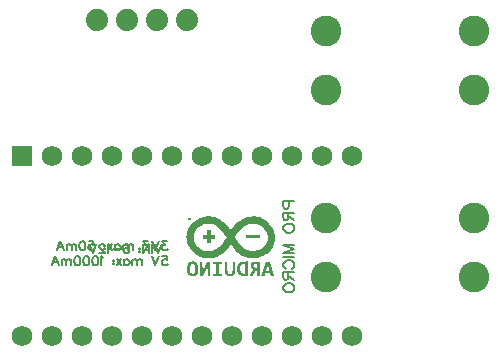
<source format=gbs>
G04 Layer: BottomSolderMaskLayer*
G04 EasyEDA v6.5.15, 2022-08-31 14:33:10*
G04 7f742d56b1564ff082f2a7d2e7a97bc1,d16243303ffc4a33bbfddbaf118a1a26,10*
G04 Gerber Generator version 0.2*
G04 Scale: 100 percent, Rotated: No, Reflected: No *
G04 Dimensions in millimeters *
G04 leading zeros omitted , absolute positions ,4 integer and 5 decimal *
%FSLAX45Y45*%
%MOMM*%

%ADD10C,0.1524*%
%ADD11C,2.6016*%
%ADD12C,1.8796*%
%ADD13R,1.7272X1.7272*%
%ADD14C,1.7272*%
%ADD15C,0.0113*%

%LPD*%
G36*
X3108960Y10286746D02*
G01*
X3094939Y10286492D01*
X3080664Y10285577D01*
X3067253Y10284155D01*
X3061106Y10283240D01*
X3050438Y10280954D01*
X3039516Y10277703D01*
X3028188Y10273538D01*
X3016656Y10268559D01*
X3005277Y10262870D01*
X2994253Y10256621D01*
X2985058Y10250627D01*
X2976422Y10244074D01*
X2967075Y10236301D01*
X2957474Y10227564D01*
X2947822Y10218267D01*
X2938627Y10208717D01*
X2930093Y10199217D01*
X2922625Y10190175D01*
X2915412Y10180523D01*
X2909417Y10173208D01*
X2908198Y10172141D01*
X2906928Y10173309D01*
X2900883Y10181082D01*
X2893009Y10192004D01*
X2884881Y10202316D01*
X2876245Y10212374D01*
X2867101Y10221976D01*
X2857601Y10231170D01*
X2847746Y10239806D01*
X2837738Y10247833D01*
X2827578Y10255148D01*
X2817368Y10261752D01*
X2807208Y10267492D01*
X2795270Y10273233D01*
X2783128Y10278414D01*
X2777540Y10280396D01*
X2772054Y10282021D01*
X2766568Y10283291D01*
X2760878Y10284307D01*
X2754833Y10285069D01*
X2748280Y10285628D01*
X2732989Y10286136D01*
X2714396Y10286136D01*
X2699766Y10285730D01*
X2694076Y10285323D01*
X2684424Y10283901D01*
X2674874Y10281462D01*
X2661412Y10277195D01*
X2648458Y10272166D01*
X2636113Y10266527D01*
X2624378Y10260279D01*
X2618689Y10256926D01*
X2607868Y10249712D01*
X2597658Y10241940D01*
X2592781Y10237876D01*
X2583586Y10229240D01*
X2575052Y10220147D01*
X2567279Y10210495D01*
X2563622Y10205516D01*
X2556967Y10195153D01*
X2551023Y10184333D01*
X2545892Y10173106D01*
X2541574Y10161473D01*
X2538120Y10149433D01*
X2536698Y10143236D01*
X2535834Y10138308D01*
X2535174Y10132720D01*
X2534513Y10120274D01*
X2534513Y10113822D01*
X2595473Y10113822D01*
X2595676Y10119106D01*
X2596184Y10124338D01*
X2596946Y10129520D01*
X2598013Y10134650D01*
X2599334Y10139730D01*
X2600909Y10144709D01*
X2602738Y10149586D01*
X2604820Y10154412D01*
X2607157Y10159136D01*
X2612542Y10168331D01*
X2618892Y10177018D01*
X2622397Y10181183D01*
X2626156Y10185247D01*
X2634284Y10192867D01*
X2643276Y10199928D01*
X2653080Y10206329D01*
X2658262Y10209276D01*
X2669184Y10214610D01*
X2680868Y10219131D01*
X2686964Y10221061D01*
X2692654Y10222585D01*
X2698699Y10223855D01*
X2704998Y10224871D01*
X2711399Y10225582D01*
X2724505Y10226243D01*
X2730957Y10226141D01*
X2737358Y10225786D01*
X2743504Y10225176D01*
X2749397Y10224262D01*
X2754985Y10223093D01*
X2760116Y10221671D01*
X2768650Y10218521D01*
X2777236Y10214508D01*
X2785821Y10209631D01*
X2794406Y10203942D01*
X2803042Y10197439D01*
X2811627Y10190073D01*
X2820212Y10181894D01*
X2828747Y10172954D01*
X2837281Y10163251D01*
X2845714Y10152735D01*
X2854096Y10141458D01*
X2862376Y10129418D01*
X2872270Y10114534D01*
X2945079Y10114534D01*
X2948432Y10120223D01*
X2956407Y10132263D01*
X2966008Y10145725D01*
X2975711Y10158069D01*
X2985465Y10169347D01*
X2995371Y10179507D01*
X3005378Y10188702D01*
X3015538Y10196830D01*
X3025902Y10203942D01*
X3036468Y10210088D01*
X3041802Y10212781D01*
X3052673Y10217454D01*
X3058210Y10219385D01*
X3062884Y10220756D01*
X3068320Y10221976D01*
X3080867Y10223855D01*
X3094532Y10225024D01*
X3108198Y10225379D01*
X3114598Y10225278D01*
X3120542Y10224922D01*
X3125825Y10224312D01*
X3130346Y10223500D01*
X3135680Y10222077D01*
X3140964Y10220401D01*
X3151174Y10216083D01*
X3156153Y10213543D01*
X3160979Y10210749D01*
X3165703Y10207701D01*
X3170326Y10204399D01*
X3179064Y10197185D01*
X3187242Y10189159D01*
X3194710Y10180472D01*
X3201416Y10171226D01*
X3207308Y10161422D01*
X3212388Y10151262D01*
X3216503Y10140797D01*
X3218180Y10135463D01*
X3220770Y10124694D01*
X3221634Y10119309D01*
X3222244Y10113873D01*
X3222599Y10103104D01*
X3222294Y10097719D01*
X3221685Y10092436D01*
X3220770Y10087203D01*
X3219246Y10081260D01*
X3217062Y10074859D01*
X3214370Y10068255D01*
X3211220Y10061549D01*
X3207715Y10054996D01*
X3203956Y10048748D01*
X3199993Y10043007D01*
X3195980Y10037927D01*
X3191764Y10033355D01*
X3187242Y10029037D01*
X3182467Y10024922D01*
X3177387Y10021062D01*
X3172053Y10017404D01*
X3166465Y10014051D01*
X3160623Y10010952D01*
X3154578Y10008108D01*
X3148330Y10005517D01*
X3141929Y10003231D01*
X3135325Y10001199D01*
X3128568Y9999522D01*
X3121710Y9998100D01*
X3114700Y9996982D01*
X3107588Y9996220D01*
X3100374Y9995712D01*
X3087827Y9995560D01*
X3076549Y9996119D01*
X3066186Y9997592D01*
X3061208Y9998659D01*
X3051556Y10001554D01*
X3046780Y10003332D01*
X3037128Y10007752D01*
X3029966Y10011968D01*
X3022244Y10017556D01*
X3014116Y10024414D01*
X3005683Y10032492D01*
X2996996Y10041534D01*
X2988259Y10051491D01*
X2979521Y10062260D01*
X2970936Y10073640D01*
X2962605Y10085628D01*
X2954629Y10097973D01*
X2947873Y10109149D01*
X2945079Y10114534D01*
X2872270Y10114534D01*
X2873654Y10112451D01*
X2861310Y10091267D01*
X2855671Y10082428D01*
X2842818Y10064140D01*
X2835605Y10055098D01*
X2826766Y10045242D01*
X2817418Y10036149D01*
X2807716Y10027920D01*
X2802737Y10024059D01*
X2792526Y10017048D01*
X2782011Y10010902D01*
X2771343Y10005618D01*
X2760522Y10001250D01*
X2749651Y9997795D01*
X2738729Y9995306D01*
X2727807Y9993731D01*
X2716987Y9993172D01*
X2711602Y9993223D01*
X2706268Y9993579D01*
X2695803Y9995001D01*
X2690672Y9996119D01*
X2685592Y9997490D01*
X2675636Y10001046D01*
X2664714Y10006279D01*
X2654300Y10012476D01*
X2649270Y10015931D01*
X2639720Y10023500D01*
X2635199Y10027564D01*
X2626766Y10036251D01*
X2619146Y10045547D01*
X2612440Y10055352D01*
X2609443Y10060432D01*
X2604312Y10070846D01*
X2602128Y10076180D01*
X2600248Y10081564D01*
X2597454Y10092385D01*
X2595880Y10103154D01*
X2595524Y10108539D01*
X2595473Y10113822D01*
X2534513Y10113822D01*
X2534716Y10106761D01*
X2535732Y10093147D01*
X2537460Y10080345D01*
X2538628Y10074554D01*
X2539949Y10069271D01*
X2541727Y10063429D01*
X2546197Y10051542D01*
X2548788Y10045547D01*
X2554782Y10033508D01*
X2561590Y10021722D01*
X2569057Y10010394D01*
X2577084Y9999726D01*
X2585466Y9990023D01*
X2594152Y9981438D01*
X2603906Y9973259D01*
X2614422Y9965486D01*
X2625598Y9958324D01*
X2637180Y9951821D01*
X2649067Y9946030D01*
X2661056Y9941153D01*
X2672943Y9937140D01*
X2684627Y9934143D01*
X2694889Y9932416D01*
X2705760Y9931501D01*
X2717139Y9931400D01*
X2728874Y9932009D01*
X2740863Y9933381D01*
X2752953Y9935464D01*
X2765044Y9938258D01*
X2776982Y9941763D01*
X2788716Y9945928D01*
X2800045Y9950754D01*
X2810510Y9956038D01*
X2821178Y9962388D01*
X2831947Y9969550D01*
X2842615Y9977577D01*
X2853131Y9986213D01*
X2863342Y9995458D01*
X2873146Y10005110D01*
X2882341Y10015169D01*
X2890875Y10025430D01*
X2898597Y10035794D01*
X2910433Y10052761D01*
X2926943Y10029799D01*
X2936494Y10017302D01*
X2945942Y10005822D01*
X2955340Y9995357D01*
X2964789Y9985806D01*
X2974238Y9977221D01*
X2983788Y9969449D01*
X2993542Y9962540D01*
X2998470Y9959340D01*
X3008528Y9953599D01*
X3018891Y9948570D01*
X3029610Y9944150D01*
X3040735Y9940442D01*
X3051657Y9937394D01*
X3056585Y9936378D01*
X3061665Y9935667D01*
X3074263Y9934905D01*
X3093161Y9934702D01*
X3107232Y9934854D01*
X3119475Y9935413D01*
X3130448Y9936581D01*
X3140608Y9938308D01*
X3150412Y9940848D01*
X3160369Y9944201D01*
X3170936Y9948519D01*
X3182620Y9953853D01*
X3193643Y9959492D01*
X3203956Y9965537D01*
X3213709Y9972040D01*
X3222802Y9979050D01*
X3231235Y9986467D01*
X3239109Y9994392D01*
X3246424Y10002824D01*
X3253130Y10011765D01*
X3259277Y10021214D01*
X3264865Y10031222D01*
X3269945Y10041737D01*
X3274517Y10052862D01*
X3278073Y10063124D01*
X3279241Y10067594D01*
X3280156Y10072217D01*
X3281273Y10083495D01*
X3281934Y10100310D01*
X3282035Y10117023D01*
X3281222Y10131501D01*
X3280359Y10138156D01*
X3279241Y10144556D01*
X3277819Y10150805D01*
X3276041Y10157002D01*
X3273907Y10163251D01*
X3271367Y10169652D01*
X3265068Y10183368D01*
X3258921Y10194950D01*
X3252063Y10206024D01*
X3244646Y10216438D01*
X3236671Y10226294D01*
X3228136Y10235488D01*
X3219094Y10243972D01*
X3209544Y10251846D01*
X3199587Y10258958D01*
X3189224Y10265308D01*
X3183890Y10268254D01*
X3172917Y10273487D01*
X3161639Y10277906D01*
X3150057Y10281513D01*
X3138220Y10284256D01*
X3132175Y10285323D01*
X3121710Y10286390D01*
G37*
G36*
X2550261Y10272826D02*
G01*
X2549448Y10272115D01*
X2548839Y10270236D01*
X2548432Y10267492D01*
X2548331Y10264089D01*
X2548788Y10258044D01*
X2549296Y10258247D01*
X2551531Y10265613D01*
X2553055Y10260990D01*
X2554630Y10257790D01*
X2556408Y10256520D01*
X2557881Y10257231D01*
X2558643Y10259974D01*
X2558999Y10262565D01*
X2559862Y10259974D01*
X2561285Y10256824D01*
X2562809Y10256621D01*
X2564079Y10258958D01*
X2564790Y10266832D01*
X2565349Y10269067D01*
X2566263Y10270337D01*
X2567686Y10270744D01*
X2569057Y10270337D01*
X2570022Y10269067D01*
X2570581Y10266832D01*
X2570937Y10260787D01*
X2571343Y10258501D01*
X2572004Y10256926D01*
X2572816Y10256367D01*
X2573629Y10256926D01*
X2574290Y10258450D01*
X2574696Y10260685D01*
X2575102Y10266680D01*
X2575712Y10269016D01*
X2576830Y10270591D01*
X2578963Y10271810D01*
X2577592Y10272166D01*
X2570480Y10272572D01*
X2564282Y10272572D01*
X2560574Y10272014D01*
X2558643Y10270642D01*
X2557526Y10268204D01*
X2556154Y10263581D01*
X2553360Y10269982D01*
X2552293Y10271455D01*
X2551226Y10272471D01*
G37*
G36*
X2708554Y10167924D02*
G01*
X2708554Y10132974D01*
X2673604Y10132974D01*
X2673604Y10098024D01*
X2708554Y10098024D01*
X2708554Y10063022D01*
X2743504Y10063022D01*
X2743504Y10098024D01*
X2776423Y10098024D01*
X2776423Y10132974D01*
X2743504Y10132974D01*
X2743504Y10167924D01*
G37*
G36*
X3035554Y10128859D02*
G01*
X3035554Y10102138D01*
X3158998Y10102138D01*
X3158998Y10128859D01*
G37*
G36*
X2584958Y9906304D02*
G01*
X2579319Y9905542D01*
X2572054Y9903815D01*
X2565958Y9901885D01*
X2560726Y9899497D01*
X2556205Y9896652D01*
X2552293Y9893147D01*
X2548890Y9888931D01*
X2545892Y9883851D01*
X2543200Y9877856D01*
X2540711Y9870744D01*
X2539492Y9865512D01*
X2538628Y9859060D01*
X2538171Y9851796D01*
X2538069Y9844024D01*
X2562809Y9844024D01*
X2563215Y9853828D01*
X2564282Y9862159D01*
X2566060Y9869068D01*
X2568498Y9874605D01*
X2571648Y9878872D01*
X2575560Y9881819D01*
X2580284Y9883546D01*
X2585821Y9884105D01*
X2590038Y9883800D01*
X2593848Y9882886D01*
X2597251Y9881362D01*
X2600198Y9879177D01*
X2602738Y9876332D01*
X2604871Y9872878D01*
X2606598Y9868712D01*
X2607919Y9863937D01*
X2608884Y9858451D01*
X2609392Y9852253D01*
X2609545Y9845395D01*
X2609291Y9837826D01*
X2608783Y9830562D01*
X2608072Y9824364D01*
X2607106Y9819233D01*
X2605887Y9814966D01*
X2604312Y9811512D01*
X2602331Y9808768D01*
X2599994Y9806533D01*
X2597200Y9804755D01*
X2592019Y9802774D01*
X2586837Y9802114D01*
X2581808Y9802672D01*
X2577084Y9804400D01*
X2572867Y9807244D01*
X2569260Y9811054D01*
X2566416Y9815779D01*
X2564536Y9821367D01*
X2563825Y9825736D01*
X2562910Y9837775D01*
X2562809Y9844024D01*
X2538069Y9844024D01*
X2538323Y9836150D01*
X2538984Y9828530D01*
X2540000Y9821468D01*
X2541320Y9815423D01*
X2543352Y9809530D01*
X2546045Y9804044D01*
X2549296Y9799066D01*
X2553106Y9794544D01*
X2557373Y9790633D01*
X2562199Y9787229D01*
X2567381Y9784537D01*
X2573020Y9782454D01*
X2581503Y9780270D01*
X2588310Y9779406D01*
X2594711Y9779863D01*
X2601772Y9781590D01*
X2606192Y9783165D01*
X2610307Y9785197D01*
X2614117Y9787636D01*
X2617622Y9790480D01*
X2620822Y9793782D01*
X2623718Y9797542D01*
X2626309Y9801656D01*
X2628544Y9806178D01*
X2630474Y9811156D01*
X2632100Y9816490D01*
X2633421Y9822230D01*
X2634335Y9828377D01*
X2635046Y9835692D01*
X2635300Y9842804D01*
X2635097Y9849612D01*
X2634437Y9856165D01*
X2633370Y9862413D01*
X2631897Y9868357D01*
X2629966Y9873945D01*
X2627731Y9879126D01*
X2625039Y9883952D01*
X2621991Y9888372D01*
X2618587Y9892334D01*
X2614879Y9895840D01*
X2610815Y9898888D01*
X2606395Y9901377D01*
X2601671Y9903358D01*
X2596642Y9904831D01*
X2590241Y9906000D01*
G37*
G36*
X3054096Y9905339D02*
G01*
X3014167Y9903206D01*
X3004312Y9902139D01*
X2996996Y9900666D01*
X2991307Y9898684D01*
X2985617Y9895789D01*
X2980639Y9892334D01*
X2976321Y9888270D01*
X2972562Y9883648D01*
X2969463Y9878364D01*
X2966974Y9872421D01*
X2964992Y9865766D01*
X2963570Y9858400D01*
X2962757Y9851694D01*
X2962645Y9847122D01*
X2988818Y9847122D01*
X2989173Y9853777D01*
X2990037Y9859721D01*
X2991408Y9865004D01*
X2993288Y9869576D01*
X2995625Y9873538D01*
X2998520Y9876790D01*
X3001924Y9879482D01*
X3005886Y9881514D01*
X3010408Y9882987D01*
X3015437Y9883851D01*
X3021076Y9884105D01*
X3031439Y9884105D01*
X3031439Y9801250D01*
X3020669Y9802368D01*
X3011119Y9803942D01*
X3003854Y9806533D01*
X2998368Y9810394D01*
X2993999Y9815931D01*
X2991866Y9820198D01*
X2990342Y9825177D01*
X2989427Y9831476D01*
X2988868Y9839756D01*
X2988818Y9847122D01*
X2962645Y9847122D01*
X2962605Y9845497D01*
X2963214Y9837877D01*
X2964586Y9826853D01*
X2965856Y9820300D01*
X2967888Y9814153D01*
X2970682Y9808514D01*
X2974187Y9803282D01*
X2978404Y9798507D01*
X2983331Y9794290D01*
X2988919Y9790531D01*
X2995218Y9787331D01*
X3001213Y9785197D01*
X3008274Y9783622D01*
X3017418Y9782556D01*
X3029661Y9781794D01*
X3054096Y9780676D01*
G37*
G36*
X2759964Y9904679D02*
G01*
X2759964Y9884105D01*
X2786735Y9884105D01*
X2786735Y9801860D01*
X2759964Y9801860D01*
X2759964Y9783318D01*
X2838145Y9783318D01*
X2838145Y9801860D01*
X2811373Y9801860D01*
X2811373Y9884105D01*
X2838145Y9884105D01*
X2838145Y9904679D01*
G37*
G36*
X2858719Y9904679D02*
G01*
X2858770Y9852050D01*
X2859074Y9835286D01*
X2859684Y9821367D01*
X2860395Y9812070D01*
X2860852Y9809632D01*
X2863291Y9803434D01*
X2866948Y9797745D01*
X2871622Y9792563D01*
X2877210Y9788093D01*
X2883560Y9784384D01*
X2890418Y9781641D01*
X2897632Y9779863D01*
X2905099Y9779254D01*
X2910992Y9779609D01*
X2916732Y9780778D01*
X2922270Y9782556D01*
X2927451Y9784994D01*
X2932176Y9787991D01*
X2936341Y9791496D01*
X2939846Y9795408D01*
X2942488Y9799726D01*
X2943961Y9802825D01*
X2945079Y9805924D01*
X2945892Y9809581D01*
X2946450Y9814407D01*
X2946857Y9821011D01*
X2947111Y9841585D01*
X2947162Y9904679D01*
X2924505Y9904679D01*
X2924454Y9852355D01*
X2924149Y9835743D01*
X2923540Y9822891D01*
X2922727Y9814560D01*
X2922219Y9812375D01*
X2920288Y9808464D01*
X2917494Y9805263D01*
X2914040Y9802774D01*
X2910027Y9801047D01*
X2905607Y9800132D01*
X2900984Y9800132D01*
X2896260Y9800996D01*
X2891637Y9802825D01*
X2888589Y9804857D01*
X2886456Y9807498D01*
X2884830Y9811461D01*
X2883408Y9817252D01*
X2881833Y9826599D01*
X2881426Y9830511D01*
X2881630Y9857943D01*
X2881325Y9904679D01*
G37*
G36*
X3155899Y9903663D02*
G01*
X3113481Y9902596D01*
X3103930Y9901783D01*
X3097631Y9900310D01*
X3092450Y9897922D01*
X3087674Y9894570D01*
X3083712Y9890556D01*
X3080664Y9885934D01*
X3078480Y9880854D01*
X3077159Y9875520D01*
X3076702Y9870084D01*
X3077070Y9865156D01*
X3101543Y9865156D01*
X3101594Y9869779D01*
X3102813Y9874148D01*
X3105150Y9878009D01*
X3107537Y9880295D01*
X3110636Y9881920D01*
X3114802Y9882987D01*
X3132226Y9884613D01*
X3132226Y9851186D01*
X3123895Y9851186D01*
X3116884Y9851948D01*
X3110484Y9854031D01*
X3105454Y9856978D01*
X3102660Y9860534D01*
X3101543Y9865156D01*
X3077070Y9865156D01*
X3078378Y9859365D01*
X3080512Y9854438D01*
X3083560Y9849967D01*
X3087420Y9846106D01*
X3092196Y9843058D01*
X3099206Y9839350D01*
X3099206Y9838944D01*
X3097682Y9837166D01*
X3096310Y9836099D01*
X3093923Y9833102D01*
X3090164Y9826955D01*
X3080715Y9808870D01*
X3076295Y9799218D01*
X3072841Y9791090D01*
X3070809Y9785299D01*
X3070453Y9782708D01*
X3071977Y9782098D01*
X3075025Y9781743D01*
X3079140Y9781590D01*
X3095752Y9782302D01*
X3108248Y9810445D01*
X3111195Y9816541D01*
X3113786Y9821316D01*
X3116224Y9824923D01*
X3118561Y9827615D01*
X3120948Y9829495D01*
X3123590Y9830816D01*
X3126587Y9831781D01*
X3132226Y9833152D01*
X3132226Y9781286D01*
X3156966Y9781286D01*
G37*
G36*
X2648915Y9902647D02*
G01*
X2648915Y9781286D01*
X2676702Y9781336D01*
X2713685Y9865614D01*
X2714802Y9781286D01*
X2737358Y9781286D01*
X2737358Y9902647D01*
X2707030Y9902647D01*
X2670505Y9820148D01*
X2669387Y9902647D01*
G37*
G36*
X3205175Y9902647D02*
G01*
X3182787Y9828072D01*
X3208578Y9828072D01*
X3209239Y9831628D01*
X3212896Y9845497D01*
X3217773Y9862159D01*
X3221786Y9874046D01*
X3222701Y9875875D01*
X3223260Y9874961D01*
X3225596Y9868103D01*
X3229254Y9855657D01*
X3236417Y9829088D01*
X3236772Y9826498D01*
X3235452Y9825126D01*
X3231184Y9824567D01*
X3222955Y9824466D01*
X3215335Y9824618D01*
X3210966Y9825126D01*
X3208934Y9826193D01*
X3208578Y9828072D01*
X3182787Y9828072D01*
X3169462Y9782810D01*
X3170428Y9782200D01*
X3173171Y9781743D01*
X3177286Y9781387D01*
X3195472Y9781286D01*
X3202381Y9805974D01*
X3243275Y9805974D01*
X3250133Y9781286D01*
X3267913Y9781438D01*
X3271520Y9781844D01*
X3273348Y9782657D01*
X3273552Y9783826D01*
X3238347Y9902647D01*
G37*
D10*
X3351784Y10414000D02*
G01*
X3448811Y10414000D01*
X3351784Y10414000D02*
G01*
X3351784Y10372344D01*
X3356609Y10358628D01*
X3361181Y10354055D01*
X3370325Y10349229D01*
X3384295Y10349229D01*
X3393440Y10354055D01*
X3398011Y10358628D01*
X3402584Y10372344D01*
X3402584Y10414000D01*
X3351784Y10318750D02*
G01*
X3448811Y10318750D01*
X3351784Y10318750D02*
G01*
X3351784Y10277347D01*
X3356609Y10263378D01*
X3361181Y10258805D01*
X3370325Y10254234D01*
X3379470Y10254234D01*
X3388868Y10258805D01*
X3393440Y10263378D01*
X3398011Y10277347D01*
X3398011Y10318750D01*
X3398011Y10286492D02*
G01*
X3448811Y10254234D01*
X3351784Y10196068D02*
G01*
X3356609Y10205212D01*
X3365754Y10214610D01*
X3374897Y10219181D01*
X3388868Y10223754D01*
X3411981Y10223754D01*
X3425697Y10219181D01*
X3435095Y10214610D01*
X3444240Y10205212D01*
X3448811Y10196068D01*
X3448811Y10177526D01*
X3444240Y10168381D01*
X3435095Y10158984D01*
X3425697Y10154412D01*
X3411981Y10149839D01*
X3388868Y10149839D01*
X3374897Y10154412D01*
X3365754Y10158984D01*
X3356609Y10168381D01*
X3351784Y10177526D01*
X3351784Y10196068D01*
X3351784Y10048239D02*
G01*
X3448811Y10048239D01*
X3351784Y10048239D02*
G01*
X3448811Y10011410D01*
X3351784Y9974326D02*
G01*
X3448811Y10011410D01*
X3351784Y9974326D02*
G01*
X3448811Y9974326D01*
X3351784Y9943845D02*
G01*
X3448811Y9943845D01*
X3374897Y9844024D02*
G01*
X3365754Y9848850D01*
X3356609Y9857994D01*
X3351784Y9867137D01*
X3351784Y9885679D01*
X3356609Y9894824D01*
X3365754Y9904221D01*
X3374897Y9908794D01*
X3388868Y9913365D01*
X3411981Y9913365D01*
X3425697Y9908794D01*
X3435095Y9904221D01*
X3444240Y9894824D01*
X3448811Y9885679D01*
X3448811Y9867137D01*
X3444240Y9857994D01*
X3435095Y9848850D01*
X3425697Y9844024D01*
X3351784Y9813544D02*
G01*
X3448811Y9813544D01*
X3351784Y9813544D02*
G01*
X3351784Y9772142D01*
X3356609Y9758171D01*
X3361181Y9753600D01*
X3370325Y9749028D01*
X3379470Y9749028D01*
X3388868Y9753600D01*
X3393440Y9758171D01*
X3398011Y9772142D01*
X3398011Y9813544D01*
X3398011Y9781286D02*
G01*
X3448811Y9749028D01*
X3351784Y9690862D02*
G01*
X3356609Y9700005D01*
X3365754Y9709150D01*
X3374897Y9713976D01*
X3388868Y9718547D01*
X3411981Y9718547D01*
X3425697Y9713976D01*
X3435095Y9709150D01*
X3444240Y9700005D01*
X3448811Y9690862D01*
X3448811Y9672320D01*
X3444240Y9663176D01*
X3435095Y9653778D01*
X3425697Y9649205D01*
X3411981Y9644634D01*
X3388868Y9644634D01*
X3374897Y9649205D01*
X3365754Y9653778D01*
X3356609Y9663176D01*
X3351784Y9672320D01*
X3351784Y9690862D01*
X2324100Y10051542D02*
G01*
X2294636Y9973818D01*
X2264918Y10051542D02*
G01*
X2294636Y9973818D01*
X2240534Y10051542D02*
G01*
X2240534Y9973818D01*
X2216150Y10051542D02*
G01*
X2216150Y9973818D01*
X2216150Y10051542D02*
G01*
X2164588Y9973818D01*
X2164588Y10051542D02*
G01*
X2164588Y9973818D01*
X2136393Y10018268D02*
G01*
X2140204Y10014458D01*
X2136393Y10010902D01*
X2132838Y10014458D01*
X2136393Y10018268D01*
X2136393Y9992360D02*
G01*
X2140204Y9988804D01*
X2136393Y9984994D01*
X2132838Y9988804D01*
X2136393Y9992360D01*
X2007108Y10040365D02*
G01*
X2010918Y10047731D01*
X2021840Y10051542D01*
X2029206Y10051542D01*
X2040381Y10047731D01*
X2047747Y10036810D01*
X2051558Y10018268D01*
X2051558Y9999726D01*
X2047747Y9984994D01*
X2040381Y9977628D01*
X2029206Y9973818D01*
X2025650Y9973818D01*
X2014474Y9977628D01*
X2007108Y9984994D01*
X2003297Y9996170D01*
X2003297Y9999726D01*
X2007108Y10010902D01*
X2014474Y10018268D01*
X2025650Y10022078D01*
X2029206Y10022078D01*
X2040381Y10018268D01*
X2047747Y10010902D01*
X2051558Y9999726D01*
X1978913Y10007092D02*
G01*
X1912620Y10007092D01*
X1888236Y10036810D02*
G01*
X1880870Y10040365D01*
X1869694Y10051542D01*
X1869694Y9973818D01*
X1841500Y10033000D02*
G01*
X1841500Y10036810D01*
X1837944Y10044176D01*
X1834134Y10047731D01*
X1826768Y10051542D01*
X1812036Y10051542D01*
X1804670Y10047731D01*
X1800860Y10044176D01*
X1797304Y10036810D01*
X1797304Y10029444D01*
X1800860Y10022078D01*
X1808226Y10010902D01*
X1845310Y9973818D01*
X1793494Y9973818D01*
X1769110Y10051542D02*
G01*
X1739645Y9973818D01*
X1710181Y10051542D02*
G01*
X1739645Y9973818D01*
X2367534Y10076942D02*
G01*
X2326893Y10076942D01*
X2348991Y10047478D01*
X2338070Y10047478D01*
X2330450Y10043668D01*
X2326893Y10039858D01*
X2323084Y10028936D01*
X2323084Y10021570D01*
X2326893Y10010394D01*
X2334259Y10003028D01*
X2345436Y9999218D01*
X2356358Y9999218D01*
X2367534Y10003028D01*
X2371090Y10006837D01*
X2374900Y10014204D01*
X2298700Y10076942D02*
G01*
X2269236Y9999218D01*
X2239772Y10076942D02*
G01*
X2269236Y9999218D01*
X2208022Y10076942D02*
G01*
X2167381Y10076942D01*
X2189479Y10047478D01*
X2178304Y10047478D01*
X2170938Y10043668D01*
X2167381Y10039858D01*
X2163572Y10028936D01*
X2163572Y10021570D01*
X2167381Y10010394D01*
X2174747Y10003028D01*
X2185670Y9999218D01*
X2196845Y9999218D01*
X2208022Y10003028D01*
X2211577Y10006837D01*
X2215388Y10014204D01*
X2082291Y10051034D02*
G01*
X2082291Y9999218D01*
X2082291Y10036302D02*
G01*
X2071115Y10047478D01*
X2063750Y10051034D01*
X2052827Y10051034D01*
X2045461Y10047478D01*
X2041652Y10036302D01*
X2041652Y9999218D01*
X2041652Y10036302D02*
G01*
X2030475Y10047478D01*
X2023109Y10051034D01*
X2012188Y10051034D01*
X2004822Y10047478D01*
X2001011Y10036302D01*
X2001011Y9999218D01*
X1932177Y10051034D02*
G01*
X1932177Y9999218D01*
X1932177Y10039858D02*
G01*
X1939797Y10047478D01*
X1947163Y10051034D01*
X1958086Y10051034D01*
X1965452Y10047478D01*
X1972818Y10039858D01*
X1976627Y10028936D01*
X1976627Y10021570D01*
X1972818Y10010394D01*
X1965452Y10003028D01*
X1958086Y9999218D01*
X1947163Y9999218D01*
X1939797Y10003028D01*
X1932177Y10010394D01*
X1907794Y10051034D02*
G01*
X1867154Y9999218D01*
X1867154Y10051034D02*
G01*
X1907794Y9999218D01*
X1839213Y10043668D02*
G01*
X1842770Y10039858D01*
X1839213Y10036302D01*
X1835404Y10039858D01*
X1839213Y10043668D01*
X1839213Y10017760D02*
G01*
X1842770Y10014204D01*
X1839213Y10010394D01*
X1835404Y10014204D01*
X1839213Y10017760D01*
X1709928Y10076942D02*
G01*
X1746757Y10076942D01*
X1750568Y10043668D01*
X1746757Y10047478D01*
X1735836Y10051034D01*
X1724660Y10051034D01*
X1713484Y10047478D01*
X1706118Y10039858D01*
X1702562Y10028936D01*
X1702562Y10021570D01*
X1706118Y10010394D01*
X1713484Y10003028D01*
X1724660Y9999218D01*
X1735836Y9999218D01*
X1746757Y10003028D01*
X1750568Y10006837D01*
X1754123Y10014204D01*
X1655826Y10076942D02*
G01*
X1667002Y10073131D01*
X1674368Y10062210D01*
X1678178Y10043668D01*
X1678178Y10032492D01*
X1674368Y10014204D01*
X1667002Y10003028D01*
X1655826Y9999218D01*
X1648460Y9999218D01*
X1637537Y10003028D01*
X1630171Y10014204D01*
X1626362Y10032492D01*
X1626362Y10043668D01*
X1630171Y10062210D01*
X1637537Y10073131D01*
X1648460Y10076942D01*
X1655826Y10076942D01*
X1601978Y10051034D02*
G01*
X1601978Y9999218D01*
X1601978Y10036302D02*
G01*
X1590802Y10047478D01*
X1583436Y10051034D01*
X1572513Y10051034D01*
X1565147Y10047478D01*
X1561337Y10036302D01*
X1561337Y9999218D01*
X1561337Y10036302D02*
G01*
X1550162Y10047478D01*
X1542795Y10051034D01*
X1531873Y10051034D01*
X1524507Y10047478D01*
X1520697Y10036302D01*
X1520697Y9999218D01*
X1466850Y10076942D02*
G01*
X1496313Y9999218D01*
X1466850Y10076942D02*
G01*
X1437131Y9999218D01*
X1485137Y10025126D02*
G01*
X1448307Y10025126D01*
X2330450Y9949942D02*
G01*
X2367534Y9949942D01*
X2371090Y9916668D01*
X2367534Y9920478D01*
X2356358Y9924034D01*
X2345436Y9924034D01*
X2334259Y9920478D01*
X2326893Y9912858D01*
X2323084Y9901936D01*
X2323084Y9894570D01*
X2326893Y9883394D01*
X2334259Y9876028D01*
X2345436Y9872218D01*
X2356358Y9872218D01*
X2367534Y9876028D01*
X2371090Y9879837D01*
X2374900Y9887204D01*
X2298700Y9949942D02*
G01*
X2269236Y9872218D01*
X2239772Y9949942D02*
G01*
X2269236Y9872218D01*
X2158491Y9924034D02*
G01*
X2158491Y9872218D01*
X2158491Y9909302D02*
G01*
X2147315Y9920478D01*
X2139950Y9924034D01*
X2128774Y9924034D01*
X2121408Y9920478D01*
X2117852Y9909302D01*
X2117852Y9872218D01*
X2117852Y9909302D02*
G01*
X2106675Y9920478D01*
X2099309Y9924034D01*
X2088134Y9924034D01*
X2080768Y9920478D01*
X2077211Y9909302D01*
X2077211Y9872218D01*
X2008377Y9924034D02*
G01*
X2008377Y9872218D01*
X2008377Y9912858D02*
G01*
X2015743Y9920478D01*
X2023109Y9924034D01*
X2034286Y9924034D01*
X2041652Y9920478D01*
X2049018Y9912858D01*
X2052827Y9901936D01*
X2052827Y9894570D01*
X2049018Y9883394D01*
X2041652Y9876028D01*
X2034286Y9872218D01*
X2023109Y9872218D01*
X2015743Y9876028D01*
X2008377Y9883394D01*
X1983993Y9924034D02*
G01*
X1943354Y9872218D01*
X1943354Y9924034D02*
G01*
X1983993Y9872218D01*
X1915413Y9916668D02*
G01*
X1918970Y9912858D01*
X1915413Y9909302D01*
X1911604Y9912858D01*
X1915413Y9916668D01*
X1915413Y9890760D02*
G01*
X1918970Y9887204D01*
X1915413Y9883394D01*
X1911604Y9887204D01*
X1915413Y9890760D01*
X1830323Y9935210D02*
G01*
X1822957Y9938765D01*
X1811781Y9949942D01*
X1811781Y9872218D01*
X1765300Y9949942D02*
G01*
X1776476Y9946131D01*
X1783842Y9935210D01*
X1787397Y9916668D01*
X1787397Y9905492D01*
X1783842Y9887204D01*
X1776476Y9876028D01*
X1765300Y9872218D01*
X1757934Y9872218D01*
X1746757Y9876028D01*
X1739392Y9887204D01*
X1735836Y9905492D01*
X1735836Y9916668D01*
X1739392Y9935210D01*
X1746757Y9946131D01*
X1757934Y9949942D01*
X1765300Y9949942D01*
X1689100Y9949942D02*
G01*
X1700276Y9946131D01*
X1707642Y9935210D01*
X1711452Y9916668D01*
X1711452Y9905492D01*
X1707642Y9887204D01*
X1700276Y9876028D01*
X1689100Y9872218D01*
X1681734Y9872218D01*
X1670812Y9876028D01*
X1663445Y9887204D01*
X1659636Y9905492D01*
X1659636Y9916668D01*
X1663445Y9935210D01*
X1670812Y9946131D01*
X1681734Y9949942D01*
X1689100Y9949942D01*
X1613154Y9949942D02*
G01*
X1624076Y9946131D01*
X1631442Y9935210D01*
X1635252Y9916668D01*
X1635252Y9905492D01*
X1631442Y9887204D01*
X1624076Y9876028D01*
X1613154Y9872218D01*
X1605787Y9872218D01*
X1594612Y9876028D01*
X1587245Y9887204D01*
X1583436Y9905492D01*
X1583436Y9916668D01*
X1587245Y9935210D01*
X1594612Y9946131D01*
X1605787Y9949942D01*
X1613154Y9949942D01*
X1559052Y9924034D02*
G01*
X1559052Y9872218D01*
X1559052Y9909302D02*
G01*
X1548129Y9920478D01*
X1540763Y9924034D01*
X1529587Y9924034D01*
X1522221Y9920478D01*
X1518412Y9909302D01*
X1518412Y9872218D01*
X1518412Y9909302D02*
G01*
X1507489Y9920478D01*
X1500123Y9924034D01*
X1488947Y9924034D01*
X1481581Y9920478D01*
X1477771Y9909302D01*
X1477771Y9872218D01*
X1423923Y9949942D02*
G01*
X1453387Y9872218D01*
X1423923Y9949942D02*
G01*
X1394460Y9872218D01*
X1442465Y9898126D02*
G01*
X1405381Y9898126D01*
D11*
G01*
X4968389Y11357787D03*
G01*
X3718405Y11357787D03*
G01*
X4968389Y11857786D03*
G01*
X3718405Y11857786D03*
G01*
X4968389Y9770287D03*
G01*
X3718405Y9770287D03*
G01*
X4968389Y10270286D03*
G01*
X3718405Y10270286D03*
D12*
G01*
X1778000Y11950700D03*
G01*
X2032000Y11950700D03*
G01*
X2286000Y11950700D03*
G01*
X2540000Y11950700D03*
D13*
G01*
X1143000Y10795000D03*
D14*
G01*
X1397000Y10795000D03*
G01*
X1905000Y10795000D03*
G01*
X2159000Y10795000D03*
G01*
X2413000Y10795000D03*
G01*
X2667000Y10795000D03*
G01*
X2921000Y10795000D03*
G01*
X3175000Y10795000D03*
G01*
X3429000Y10795000D03*
G01*
X3683000Y10795000D03*
G01*
X3937000Y10795000D03*
G01*
X3937000Y9271000D03*
G01*
X3683000Y9271000D03*
G01*
X3429000Y9271000D03*
G01*
X3175000Y9271000D03*
G01*
X2921000Y9271000D03*
G01*
X2667000Y9271000D03*
G01*
X2413000Y9271000D03*
G01*
X2159000Y9271000D03*
G01*
X1905000Y9271000D03*
G01*
X1651000Y9271000D03*
G01*
X1397000Y9271000D03*
G01*
X1143000Y9271000D03*
G01*
X1651000Y10795000D03*
M02*

</source>
